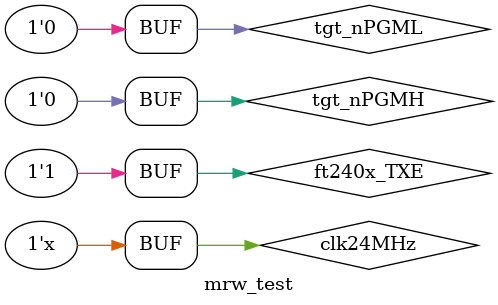
<source format=v>
`timescale 1ns / 100ps


module mrw_test;

	// Inputs
	reg clk24MHz;
	reg tgt_nPGMH;
	reg tgt_nPGML;
	reg [17:0] addr_bus;
	wire tgt_nCE;
	wire tgt_nOEL;
	wire tgt_nOEH;
	reg ft240x_TXE;
	reg ft240x_RXF;

	// Outputs
	wire target_dbusbuf_dir;
	wire target_dbusbuf_en;
	wire ft240x_nRD;
	wire ft240x_nWR;
	wire [17:0] sram_addr;
	wire sram_nCS;
	wire sram_nWE;
	wire sram_nOE;
	wire sram_nUB;
	wire sram_nLB;
	wire led_red;
	wire led_amber;
	wire led_green;

	// Bidirs
	wire [15:0] data_bus;
	wire [7:0] ft240x_d;

	// Instantiate the Unit Under Test (UUT)
	top uut (
		.clk24MHz(clk24MHz), 
		.tgt_nPGMH(tgt_nPGMH), 
		.tgt_nPGML(tgt_nPGML), 
		.addr_bus(addr_bus), 
		.data_bus(data_bus), 
		.tgt_nCE(tgt_nCE), 
		.tgt_nOEL(tgt_nOEL), 
		.tgt_nOEH(tgt_nOEH), 
		.target_dbusbuf_dir(target_dbusbuf_dir), 
		.target_dbusbuf_en(target_dbusbuf_en), 
		.ft240x_d(ft240x_d), 
		.ft240x_nRD(ft240x_nRD), 
		.ft240x_nWR(ft240x_nWR), 
		.ft240x_TXE(ft240x_TXE), 
		.ft240x_RXF(ft240x_RXF), 
		.sram_addr(sram_addr), 
		.sram_nCS(sram_nCS), 
		.sram_nWE(sram_nWE), 
		.sram_nOE(sram_nOE), 
		.sram_nUB(sram_nUB), 
		.sram_nLB(sram_nLB), 
		.led_red(led_red), 
		.led_amber(led_amber), 
		.led_green(led_green)
	);

	initial begin
		// Initialize Inputs
		clk24MHz = 0;
		tgt_nPGMH = 0;
		tgt_nPGML = 0;
		
		ft240x_TXE = 1;
		ft240x_RXF = 0;	// initially, there's something to read

		// Wait 100 ns for global reset to finish
		#100;
        
		// Add stimulus here
	end
	
	
	// Generate clock -- every 84ns invert it (about 6MHz)
	//       --> changed to 12MHz because the RAM has a 55ns access time
	//           thus the max Fclk the RAM would allow is ~18MHz
	//       --> changed to 6MHz because of FT240X access time requirements
	always
		#84 clk24MHz = ~clk24MHz;
		
		
	reg [7:0] ft_data_o;
	reg [7:0] ft_addr;

	initial begin
		ft_addr = 0;
	end

	always @(negedge ft240x_nRD) begin
		case (ft_addr)
		  0: ft_data_o <= 8'h10;		// set load mode
		  1: ft_data_o <= 8'h01;		// reset address counter
		  2: ft_data_o <= 8'h20;		// write 16 words

		  3: ft_data_o <= 8'h12;		// word 1
		  4: ft_data_o <= 8'h34;		// 

		  5: ft_data_o <= 8'h12;		// word 2
		  6: ft_data_o <= 8'h34;		// 

		  7: ft_data_o <= 8'h12;		// word 3
		  8: ft_data_o <= 8'h34;		// 

		  9: ft_data_o <= 8'h12;		// word 4
		 10: ft_data_o <= 8'h34;		// 

		 11: ft_data_o <= 8'h12;		// word 5
		 12: ft_data_o <= 8'h34;		// 

		 13: ft_data_o <= 8'h12;		// word 6
		 14: ft_data_o <= 8'h34;		// 

		 15: ft_data_o <= 8'h12;		// word 7
		 16: ft_data_o <= 8'h34;		// 

		 17: ft_data_o <= 8'h12;		// word 8
		 18: ft_data_o <= 8'h34;		// 

		 19: ft_data_o <= 8'h12;		// word 9
		 20: ft_data_o <= 8'h34;		// 

		 21: ft_data_o <= 8'h12;		// word 10
		 22: ft_data_o <= 8'h34;		// 

		 23: ft_data_o <= 8'h12;		// word 11
		 24: ft_data_o <= 8'h34;		// 

		 25: ft_data_o <= 8'h12;		// word 12
		 26: ft_data_o <= 8'h34;		// 

		 27: ft_data_o <= 8'h12;		// word 13
		 28: ft_data_o <= 8'h34;		// 

		 29: ft_data_o <= 8'h12;		// word 14
		 30: ft_data_o <= 8'h34;		// 

		 31: ft_data_o <= 8'h12;		// word 15
		 32: ft_data_o <= 8'h34;		// 

		 33: ft_data_o <= 8'h12;		// word 16
		 34: ft_data_o <= 8'h34;		// 



		 35: ft_data_o <= 8'h00;		// nop



		 36: ft_data_o <= 8'h21;		// write 1 word

		 37: ft_data_o <= 8'h55;		// word 1
		 38: ft_data_o <= 8'haa;		// 



		 39: ft_data_o <= 8'h22;		// write 2 words

		 40: ft_data_o <= 8'haa;		// word 1
		 41: ft_data_o <= 8'h55;		// 

		 42: ft_data_o <= 8'hdc;		// word 2
		 43: ft_data_o <= 8'hab;		// 



       44: ft_data_o <= 8'h11;		// set run mode
		endcase
	
		ft_addr <= ft_addr + 1;
		
		if (ft_addr > 44) begin
		  ft240x_RXF = 1;	// reached end of array
		end
	end
	
	// If the RD line is high, the FT240X's data output is indeterminate
	assign ft240x_d = !ft240x_nRD ? ft_data_o : 8'hXX;

	
	// generate an incrementing pattern for Target CE, OEL and OEH
	reg [3:0] tgtcon_c;
	initial begin
		tgtcon_c = 3'h0;
	end
	
	always @(posedge clk24MHz) begin
		tgtcon_c <= tgtcon_c + 1;
	end
	
	assign tgt_nCE = tgtcon_c[2];
	assign tgt_nOEL = tgtcon_c[1];
	assign tgt_nOEH = tgtcon_c[0];
	
	
	// generate a constantly alternating 55/AA sequence on the address bus
	initial begin
	  addr_bus = 18'h55555;
	end
	
	always @(posedge clk24MHz) begin
	  addr_bus = ~addr_bus;
	end
	
endmodule


</source>
